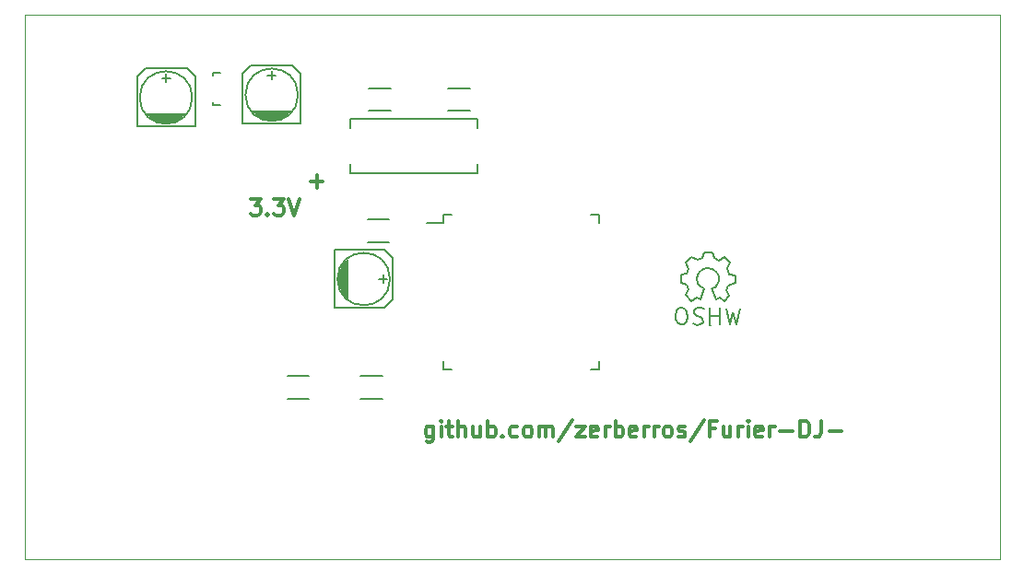
<source format=gto>
G04 #@! TF.FileFunction,Legend,Top*
%FSLAX46Y46*%
G04 Gerber Fmt 4.6, Leading zero omitted, Abs format (unit mm)*
G04 Created by KiCad (PCBNEW 4.0.2-stable) date vie 27 may 2016 00:51:31 CEST*
%MOMM*%
G01*
G04 APERTURE LIST*
%ADD10C,0.100000*%
%ADD11C,0.300000*%
%ADD12C,0.150000*%
G04 APERTURE END LIST*
D10*
D11*
X134034929Y-115312071D02*
X134034929Y-116526357D01*
X133963500Y-116669214D01*
X133892072Y-116740643D01*
X133749215Y-116812071D01*
X133534929Y-116812071D01*
X133392072Y-116740643D01*
X134034929Y-116240643D02*
X133892072Y-116312071D01*
X133606358Y-116312071D01*
X133463500Y-116240643D01*
X133392072Y-116169214D01*
X133320643Y-116026357D01*
X133320643Y-115597786D01*
X133392072Y-115454929D01*
X133463500Y-115383500D01*
X133606358Y-115312071D01*
X133892072Y-115312071D01*
X134034929Y-115383500D01*
X134749215Y-116312071D02*
X134749215Y-115312071D01*
X134749215Y-114812071D02*
X134677786Y-114883500D01*
X134749215Y-114954929D01*
X134820643Y-114883500D01*
X134749215Y-114812071D01*
X134749215Y-114954929D01*
X135249215Y-115312071D02*
X135820644Y-115312071D01*
X135463501Y-114812071D02*
X135463501Y-116097786D01*
X135534929Y-116240643D01*
X135677787Y-116312071D01*
X135820644Y-116312071D01*
X136320644Y-116312071D02*
X136320644Y-114812071D01*
X136963501Y-116312071D02*
X136963501Y-115526357D01*
X136892072Y-115383500D01*
X136749215Y-115312071D01*
X136534930Y-115312071D01*
X136392072Y-115383500D01*
X136320644Y-115454929D01*
X138320644Y-115312071D02*
X138320644Y-116312071D01*
X137677787Y-115312071D02*
X137677787Y-116097786D01*
X137749215Y-116240643D01*
X137892073Y-116312071D01*
X138106358Y-116312071D01*
X138249215Y-116240643D01*
X138320644Y-116169214D01*
X139034930Y-116312071D02*
X139034930Y-114812071D01*
X139034930Y-115383500D02*
X139177787Y-115312071D01*
X139463501Y-115312071D01*
X139606358Y-115383500D01*
X139677787Y-115454929D01*
X139749216Y-115597786D01*
X139749216Y-116026357D01*
X139677787Y-116169214D01*
X139606358Y-116240643D01*
X139463501Y-116312071D01*
X139177787Y-116312071D01*
X139034930Y-116240643D01*
X140392073Y-116169214D02*
X140463501Y-116240643D01*
X140392073Y-116312071D01*
X140320644Y-116240643D01*
X140392073Y-116169214D01*
X140392073Y-116312071D01*
X141749216Y-116240643D02*
X141606359Y-116312071D01*
X141320645Y-116312071D01*
X141177787Y-116240643D01*
X141106359Y-116169214D01*
X141034930Y-116026357D01*
X141034930Y-115597786D01*
X141106359Y-115454929D01*
X141177787Y-115383500D01*
X141320645Y-115312071D01*
X141606359Y-115312071D01*
X141749216Y-115383500D01*
X142606359Y-116312071D02*
X142463501Y-116240643D01*
X142392073Y-116169214D01*
X142320644Y-116026357D01*
X142320644Y-115597786D01*
X142392073Y-115454929D01*
X142463501Y-115383500D01*
X142606359Y-115312071D01*
X142820644Y-115312071D01*
X142963501Y-115383500D01*
X143034930Y-115454929D01*
X143106359Y-115597786D01*
X143106359Y-116026357D01*
X143034930Y-116169214D01*
X142963501Y-116240643D01*
X142820644Y-116312071D01*
X142606359Y-116312071D01*
X143749216Y-116312071D02*
X143749216Y-115312071D01*
X143749216Y-115454929D02*
X143820644Y-115383500D01*
X143963502Y-115312071D01*
X144177787Y-115312071D01*
X144320644Y-115383500D01*
X144392073Y-115526357D01*
X144392073Y-116312071D01*
X144392073Y-115526357D02*
X144463502Y-115383500D01*
X144606359Y-115312071D01*
X144820644Y-115312071D01*
X144963502Y-115383500D01*
X145034930Y-115526357D01*
X145034930Y-116312071D01*
X146820644Y-114740643D02*
X145534930Y-116669214D01*
X147177788Y-115312071D02*
X147963502Y-115312071D01*
X147177788Y-116312071D01*
X147963502Y-116312071D01*
X149106359Y-116240643D02*
X148963502Y-116312071D01*
X148677788Y-116312071D01*
X148534931Y-116240643D01*
X148463502Y-116097786D01*
X148463502Y-115526357D01*
X148534931Y-115383500D01*
X148677788Y-115312071D01*
X148963502Y-115312071D01*
X149106359Y-115383500D01*
X149177788Y-115526357D01*
X149177788Y-115669214D01*
X148463502Y-115812071D01*
X149820645Y-116312071D02*
X149820645Y-115312071D01*
X149820645Y-115597786D02*
X149892073Y-115454929D01*
X149963502Y-115383500D01*
X150106359Y-115312071D01*
X150249216Y-115312071D01*
X150749216Y-116312071D02*
X150749216Y-114812071D01*
X150749216Y-115383500D02*
X150892073Y-115312071D01*
X151177787Y-115312071D01*
X151320644Y-115383500D01*
X151392073Y-115454929D01*
X151463502Y-115597786D01*
X151463502Y-116026357D01*
X151392073Y-116169214D01*
X151320644Y-116240643D01*
X151177787Y-116312071D01*
X150892073Y-116312071D01*
X150749216Y-116240643D01*
X152677787Y-116240643D02*
X152534930Y-116312071D01*
X152249216Y-116312071D01*
X152106359Y-116240643D01*
X152034930Y-116097786D01*
X152034930Y-115526357D01*
X152106359Y-115383500D01*
X152249216Y-115312071D01*
X152534930Y-115312071D01*
X152677787Y-115383500D01*
X152749216Y-115526357D01*
X152749216Y-115669214D01*
X152034930Y-115812071D01*
X153392073Y-116312071D02*
X153392073Y-115312071D01*
X153392073Y-115597786D02*
X153463501Y-115454929D01*
X153534930Y-115383500D01*
X153677787Y-115312071D01*
X153820644Y-115312071D01*
X154320644Y-116312071D02*
X154320644Y-115312071D01*
X154320644Y-115597786D02*
X154392072Y-115454929D01*
X154463501Y-115383500D01*
X154606358Y-115312071D01*
X154749215Y-115312071D01*
X155463501Y-116312071D02*
X155320643Y-116240643D01*
X155249215Y-116169214D01*
X155177786Y-116026357D01*
X155177786Y-115597786D01*
X155249215Y-115454929D01*
X155320643Y-115383500D01*
X155463501Y-115312071D01*
X155677786Y-115312071D01*
X155820643Y-115383500D01*
X155892072Y-115454929D01*
X155963501Y-115597786D01*
X155963501Y-116026357D01*
X155892072Y-116169214D01*
X155820643Y-116240643D01*
X155677786Y-116312071D01*
X155463501Y-116312071D01*
X156534929Y-116240643D02*
X156677786Y-116312071D01*
X156963501Y-116312071D01*
X157106358Y-116240643D01*
X157177786Y-116097786D01*
X157177786Y-116026357D01*
X157106358Y-115883500D01*
X156963501Y-115812071D01*
X156749215Y-115812071D01*
X156606358Y-115740643D01*
X156534929Y-115597786D01*
X156534929Y-115526357D01*
X156606358Y-115383500D01*
X156749215Y-115312071D01*
X156963501Y-115312071D01*
X157106358Y-115383500D01*
X158892072Y-114740643D02*
X157606358Y-116669214D01*
X159892073Y-115526357D02*
X159392073Y-115526357D01*
X159392073Y-116312071D02*
X159392073Y-114812071D01*
X160106359Y-114812071D01*
X161320644Y-115312071D02*
X161320644Y-116312071D01*
X160677787Y-115312071D02*
X160677787Y-116097786D01*
X160749215Y-116240643D01*
X160892073Y-116312071D01*
X161106358Y-116312071D01*
X161249215Y-116240643D01*
X161320644Y-116169214D01*
X162034930Y-116312071D02*
X162034930Y-115312071D01*
X162034930Y-115597786D02*
X162106358Y-115454929D01*
X162177787Y-115383500D01*
X162320644Y-115312071D01*
X162463501Y-115312071D01*
X162963501Y-116312071D02*
X162963501Y-115312071D01*
X162963501Y-114812071D02*
X162892072Y-114883500D01*
X162963501Y-114954929D01*
X163034929Y-114883500D01*
X162963501Y-114812071D01*
X162963501Y-114954929D01*
X164249215Y-116240643D02*
X164106358Y-116312071D01*
X163820644Y-116312071D01*
X163677787Y-116240643D01*
X163606358Y-116097786D01*
X163606358Y-115526357D01*
X163677787Y-115383500D01*
X163820644Y-115312071D01*
X164106358Y-115312071D01*
X164249215Y-115383500D01*
X164320644Y-115526357D01*
X164320644Y-115669214D01*
X163606358Y-115812071D01*
X164963501Y-116312071D02*
X164963501Y-115312071D01*
X164963501Y-115597786D02*
X165034929Y-115454929D01*
X165106358Y-115383500D01*
X165249215Y-115312071D01*
X165392072Y-115312071D01*
X165892072Y-115740643D02*
X167034929Y-115740643D01*
X167749215Y-116312071D02*
X167749215Y-114812071D01*
X168106358Y-114812071D01*
X168320643Y-114883500D01*
X168463501Y-115026357D01*
X168534929Y-115169214D01*
X168606358Y-115454929D01*
X168606358Y-115669214D01*
X168534929Y-115954929D01*
X168463501Y-116097786D01*
X168320643Y-116240643D01*
X168106358Y-116312071D01*
X167749215Y-116312071D01*
X169677786Y-114812071D02*
X169677786Y-115883500D01*
X169606358Y-116097786D01*
X169463501Y-116240643D01*
X169249215Y-116312071D01*
X169106358Y-116312071D01*
X170392072Y-115740643D02*
X171534929Y-115740643D01*
X122745572Y-92817143D02*
X123888429Y-92817143D01*
X123317000Y-93388571D02*
X123317000Y-92245714D01*
X117229215Y-94428571D02*
X118157786Y-94428571D01*
X117657786Y-95000000D01*
X117872072Y-95000000D01*
X118014929Y-95071429D01*
X118086358Y-95142857D01*
X118157786Y-95285714D01*
X118157786Y-95642857D01*
X118086358Y-95785714D01*
X118014929Y-95857143D01*
X117872072Y-95928571D01*
X117443500Y-95928571D01*
X117300643Y-95857143D01*
X117229215Y-95785714D01*
X118800643Y-95785714D02*
X118872071Y-95857143D01*
X118800643Y-95928571D01*
X118729214Y-95857143D01*
X118800643Y-95785714D01*
X118800643Y-95928571D01*
X119372072Y-94428571D02*
X120300643Y-94428571D01*
X119800643Y-95000000D01*
X120014929Y-95000000D01*
X120157786Y-95071429D01*
X120229215Y-95142857D01*
X120300643Y-95285714D01*
X120300643Y-95642857D01*
X120229215Y-95785714D01*
X120157786Y-95857143D01*
X120014929Y-95928571D01*
X119586357Y-95928571D01*
X119443500Y-95857143D01*
X119372072Y-95785714D01*
X120729214Y-94428571D02*
X121229214Y-95928571D01*
X121729214Y-94428571D01*
D10*
X96520000Y-77470000D02*
X96520000Y-127508000D01*
X186055000Y-77470000D02*
X96520000Y-77470000D01*
X186055000Y-127508000D02*
X186055000Y-77470000D01*
X96520000Y-127508000D02*
X186055000Y-127508000D01*
D12*
X134988000Y-95884396D02*
X134988000Y-96644396D01*
X149238000Y-95884396D02*
X149238000Y-96644396D01*
X149238000Y-110134396D02*
X149238000Y-109374396D01*
X134988000Y-110134396D02*
X134988000Y-109374396D01*
X134988000Y-95884396D02*
X135748000Y-95884396D01*
X134988000Y-110134396D02*
X135748000Y-110134396D01*
X149238000Y-110134396D02*
X148478000Y-110134396D01*
X149238000Y-95884396D02*
X148478000Y-95884396D01*
X134988000Y-96644396D02*
X133463000Y-96644396D01*
X108839000Y-87398860D02*
X110236000Y-87398860D01*
X108585000Y-87271860D02*
X110363000Y-87271860D01*
X108204000Y-87144860D02*
X110744000Y-87144860D01*
X110871000Y-87017860D02*
X108077000Y-87017860D01*
X107950000Y-86890860D02*
X110998000Y-86890860D01*
X111125000Y-86763860D02*
X107823000Y-86763860D01*
X107696000Y-86636860D02*
X111252000Y-86636860D01*
X106807000Y-87779860D02*
X106807000Y-83207860D01*
X106807000Y-83207860D02*
X107569000Y-82445860D01*
X107569000Y-82445860D02*
X111379000Y-82445860D01*
X111379000Y-82445860D02*
X112141000Y-83207860D01*
X112141000Y-83207860D02*
X112141000Y-87779860D01*
X112141000Y-87779860D02*
X106807000Y-87779860D01*
X109474000Y-82953860D02*
X109474000Y-83715860D01*
X109093000Y-83334860D02*
X109855000Y-83334860D01*
X111887000Y-85112860D02*
G75*
G03X111887000Y-85112860I-2413000J0D01*
G01*
X118554500Y-87144860D02*
X119951500Y-87144860D01*
X118300500Y-87017860D02*
X120078500Y-87017860D01*
X117919500Y-86890860D02*
X120459500Y-86890860D01*
X120586500Y-86763860D02*
X117792500Y-86763860D01*
X117665500Y-86636860D02*
X120713500Y-86636860D01*
X120840500Y-86509860D02*
X117538500Y-86509860D01*
X117411500Y-86382860D02*
X120967500Y-86382860D01*
X116522500Y-87525860D02*
X116522500Y-82953860D01*
X116522500Y-82953860D02*
X117284500Y-82191860D01*
X117284500Y-82191860D02*
X121094500Y-82191860D01*
X121094500Y-82191860D02*
X121856500Y-82953860D01*
X121856500Y-82953860D02*
X121856500Y-87525860D01*
X121856500Y-87525860D02*
X116522500Y-87525860D01*
X119189500Y-82699860D02*
X119189500Y-83461860D01*
X118808500Y-83080860D02*
X119570500Y-83080860D01*
X121602500Y-84858860D02*
G75*
G03X121602500Y-84858860I-2413000J0D01*
G01*
X135398000Y-86305500D02*
X137398000Y-86305500D01*
X137398000Y-84255500D02*
X135398000Y-84255500D01*
X130095500Y-84255500D02*
X128095500Y-84255500D01*
X128095500Y-86305500D02*
X130095500Y-86305500D01*
X125349000Y-101155500D02*
X125349000Y-102552500D01*
X125476000Y-100901500D02*
X125476000Y-102679500D01*
X125603000Y-100520500D02*
X125603000Y-103060500D01*
X125730000Y-103187500D02*
X125730000Y-100393500D01*
X125857000Y-100266500D02*
X125857000Y-103314500D01*
X125984000Y-103441500D02*
X125984000Y-100139500D01*
X126111000Y-100012500D02*
X126111000Y-103568500D01*
X124968000Y-99123500D02*
X129540000Y-99123500D01*
X129540000Y-99123500D02*
X130302000Y-99885500D01*
X130302000Y-99885500D02*
X130302000Y-103695500D01*
X130302000Y-103695500D02*
X129540000Y-104457500D01*
X129540000Y-104457500D02*
X124968000Y-104457500D01*
X124968000Y-104457500D02*
X124968000Y-99123500D01*
X129794000Y-101790500D02*
X129032000Y-101790500D01*
X129413000Y-101409500D02*
X129413000Y-102171500D01*
X130048000Y-101790500D02*
G75*
G03X130048000Y-101790500I-2413000J0D01*
G01*
X120602500Y-112785000D02*
X122602500Y-112785000D01*
X122602500Y-110735000D02*
X120602500Y-110735000D01*
X127333500Y-112785000D02*
X129333500Y-112785000D01*
X129333500Y-110735000D02*
X127333500Y-110735000D01*
X127968500Y-96270500D02*
X129968500Y-96270500D01*
X129968500Y-98420500D02*
X127968500Y-98420500D01*
X113776760Y-83028840D02*
X113776760Y-83077100D01*
X114477800Y-85827820D02*
X113776760Y-85827820D01*
X113776760Y-85827820D02*
X113776760Y-85578900D01*
X113776760Y-83028840D02*
X113776760Y-82828180D01*
X113776760Y-82828180D02*
X114477800Y-82828180D01*
X138120120Y-87035640D02*
X126420880Y-87035640D01*
X126420880Y-92034360D02*
X138120120Y-92034360D01*
X126420880Y-87035640D02*
X126420880Y-87884000D01*
X126420880Y-92034360D02*
X126420880Y-91186000D01*
X138120120Y-87035640D02*
X138120120Y-87884000D01*
X138120120Y-92034360D02*
X138120120Y-91186000D01*
X160926780Y-104480360D02*
X161287460Y-105951020D01*
X161287460Y-105951020D02*
X161566860Y-104889300D01*
X161566860Y-104889300D02*
X161876740Y-105961180D01*
X161876740Y-105961180D02*
X162217100Y-104510840D01*
X159506920Y-105171240D02*
X160296860Y-105161080D01*
X160296860Y-105161080D02*
X160307020Y-105171240D01*
X160307020Y-105171240D02*
X160307020Y-105161080D01*
X160347660Y-104449880D02*
X160347660Y-105991660D01*
X159458660Y-104439720D02*
X159458660Y-106009440D01*
X159458660Y-106009440D02*
X159468820Y-105999280D01*
X158907480Y-104541320D02*
X158556960Y-104460040D01*
X158556960Y-104460040D02*
X158236920Y-104449880D01*
X158236920Y-104449880D02*
X157998160Y-104650540D01*
X157998160Y-104650540D02*
X157967680Y-104919780D01*
X157967680Y-104919780D02*
X158208980Y-105161080D01*
X158208980Y-105161080D02*
X158597600Y-105290620D01*
X158597600Y-105290620D02*
X158777940Y-105450640D01*
X158777940Y-105450640D02*
X158818580Y-105750360D01*
X158818580Y-105750360D02*
X158587440Y-105971340D01*
X158587440Y-105971340D02*
X158267400Y-105999280D01*
X158267400Y-105999280D02*
X157916880Y-105890060D01*
X156878020Y-104439720D02*
X156629100Y-104460040D01*
X156629100Y-104460040D02*
X156387800Y-104701340D01*
X156387800Y-104701340D02*
X156298900Y-105191560D01*
X156298900Y-105191560D02*
X156326840Y-105539540D01*
X156326840Y-105539540D02*
X156527500Y-105859580D01*
X156527500Y-105859580D02*
X156778960Y-105981500D01*
X156778960Y-105981500D02*
X157088840Y-105910380D01*
X157088840Y-105910380D02*
X157307280Y-105730040D01*
X157307280Y-105730040D02*
X157378400Y-105270300D01*
X157378400Y-105270300D02*
X157327600Y-104861360D01*
X157327600Y-104861360D02*
X157218380Y-104579420D01*
X157218380Y-104579420D02*
X156857700Y-104449880D01*
X157477460Y-102720140D02*
X157218380Y-103281480D01*
X157218380Y-103281480D02*
X157756860Y-103799640D01*
X157756860Y-103799640D02*
X158277560Y-103530400D01*
X158277560Y-103530400D02*
X158556960Y-103690420D01*
X159997140Y-103670100D02*
X160327340Y-103479600D01*
X160327340Y-103479600D02*
X160766760Y-103809800D01*
X160766760Y-103809800D02*
X161239200Y-103319580D01*
X161239200Y-103319580D02*
X160957260Y-102839520D01*
X160957260Y-102839520D02*
X161147760Y-102369620D01*
X161147760Y-102369620D02*
X161757360Y-102181660D01*
X161757360Y-102181660D02*
X161757360Y-101500940D01*
X161757360Y-101500940D02*
X161198560Y-101361240D01*
X161198560Y-101361240D02*
X160997900Y-100789740D01*
X160997900Y-100789740D02*
X161267140Y-100319840D01*
X161267140Y-100319840D02*
X160797240Y-99809300D01*
X160797240Y-99809300D02*
X160279080Y-100070920D01*
X160279080Y-100070920D02*
X159809180Y-99870260D01*
X159809180Y-99870260D02*
X159639000Y-99329240D01*
X159639000Y-99329240D02*
X158948120Y-99311460D01*
X158948120Y-99311460D02*
X158737300Y-99860100D01*
X158737300Y-99860100D02*
X158318200Y-100030280D01*
X158318200Y-100030280D02*
X157767020Y-99761040D01*
X157767020Y-99761040D02*
X157248860Y-100289360D01*
X157248860Y-100289360D02*
X157497780Y-100830380D01*
X157497780Y-100830380D02*
X157327600Y-101310440D01*
X157327600Y-101310440D02*
X156778960Y-101409500D01*
X156778960Y-101409500D02*
X156768800Y-102110540D01*
X156768800Y-102110540D02*
X157327600Y-102311200D01*
X157327600Y-102311200D02*
X157467300Y-102709980D01*
X159608520Y-102689660D02*
X159908240Y-102539800D01*
X159908240Y-102539800D02*
X160108900Y-102341680D01*
X160108900Y-102341680D02*
X160258760Y-101940360D01*
X160258760Y-101940360D02*
X160258760Y-101541580D01*
X160258760Y-101541580D02*
X160108900Y-101191060D01*
X160108900Y-101191060D02*
X159656780Y-100840540D01*
X159656780Y-100840540D02*
X159207200Y-100789740D01*
X159207200Y-100789740D02*
X158808420Y-100891340D01*
X158808420Y-100891340D02*
X158407100Y-101239320D01*
X158407100Y-101239320D02*
X158257240Y-101691440D01*
X158257240Y-101691440D02*
X158308040Y-102189280D01*
X158308040Y-102189280D02*
X158556960Y-102491540D01*
X158556960Y-102491540D02*
X158907480Y-102689660D01*
X158907480Y-102689660D02*
X158556960Y-103690420D01*
X159608520Y-102689660D02*
X160007300Y-103690420D01*
M02*

</source>
